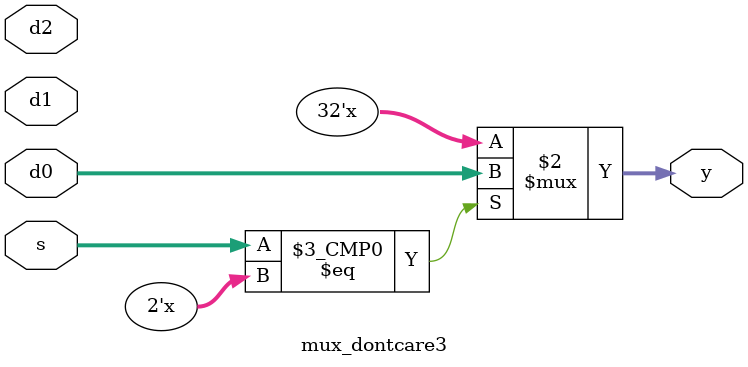
<source format=sv>
module datapath (
    input clk, reset,
    input memtoreg, pcsrc,
    input alusrc, regdst,
    input regwrite, jump,
    input [2:0] alucontrol,
    output zero, 
    output [31:0] pc,
    input [31:0] instr,
    output [31:0] MEM_aluout, MEM_writedata,
    input [31:0] readdata,
    input branch, memwrite,
    output MEM_memwrite,
    output [31:0] ID_instr,
    input prejump
);

    logic [4:0] writereg;
    logic [31:0] pcnext, pcnextbr, pcplus4, pcbranch;
    logic [31:0] signimm, signimmsh;
    logic [31:0] srca, srcb;
    logic [31:0] result;

   logic [31:0]  cnt;    //count, either the PC counter or Cycle counter
   logic [31:0]  wb_dat; //used to take destination registers current value and feed into ALU

   
//fetch signals
   //data signals
   logic [31:0]  IF_pc4, IF_instr;
//   assign IF_instr = instr;
   assign IF_pc4 = pcplus4;
   assign IF_instr = instr;


 
//decode signals
   //data signals
   logic [31:0]  ID_instr, ID_srca, ID_srcb, ID_signimm, ID_pc4;
   logic [4:0] 	 ID_rte, ID_rde;
   logic [2:0] 	 ID_alucontrol;
   
   assign ID_rte = ID_instr[20:16];
   assign ID_rde = ID_instr[15:11];
   
   //control signals
   logic 	 ID_memwrite, ID_memtoreg, ID_regwrite, ID_branch, ID_alusrc, ID_regdst;

   //for clarity sake
   assign ID_memwrite = memwrite;
   assign ID_memtoreg = memtoreg;
   assign ID_regwrite = regwrite;
   assign ID_branch = branch;
   assign ID_alucontrol = alucontrol;
   assign ID_alusrc = alusrc;
   assign ID_regdst = regdst;


   
   
//execute signals
   //data signals
   logic [31:0]  EX_instr, EX_srca, EX_srcb_premux, EX_srcb, EX_pc4, EX_signimm, EX_signimmsh, EX_pcbranch, EX_aluout, EX_writedata;
//   assign EX_writedata = EX_srcb_premux;
   
   logic [4:0] 	 EX_rte, EX_rde, EX_rse, EX_writereg;
   logic 	 EX_zero;
   
   //control signals
   logic 	 EX_memwrite, EX_memtoreg, EX_regwrite, EX_branch,  EX_alusrc, EX_regdst;
   logic [2:0] 	 EX_alucontrol;
   

   
//memory signals
   //data signals
   logic [31:0]  MEM_instr, MEM_aluout, MEM_writedata, MEM_pcbranch, MEM_readdata;
   logic [4:0] 	 MEM_writereg;
   logic MEM_zero;
   assign MEM_readdata = readdata;  //for clarity sake
   

   //control signals
   logic 	 MEM_memwrite, MEM_memtoreg, MEM_regwrite, MEM_branch, MEM_pcsrc;
   
//wb signals
   //data signals
   logic [31:0]  WB_instr, WB_aluout, WB_readdata, WB_result;
   logic [4:0] 	 WB_writereg;

   //control signals
   logic 	 WB_regwrite, WB_memtoreg;
   

//   MULADD
   logic [31:0]  EX_wb_dat, MEM_wb_dat;
   

//Pipeline flipflops
   
   IF_ID ifid(ID_stall, clk, reset, IF_instr, IF_pc4, ID_instr, ID_pc4);


   ID_EX idex(EX_flush, ID_instr[25:21], clk, reset, ID_instr, ID_srca, ID_srcb, ID_signimm, ID_pc4, ID_rte, ID_rde, ID_memwrite, ID_memtoreg, ID_regwrite, ID_branch, ID_alusrc,
	      ID_regdst, ID_alucontrol, EX_instr, EX_srca, EX_srcb_premux, EX_signimm, EX_pc4, EX_rte, EX_rde, EX_rse, EX_memwrite, EX_memtoreg, EX_regwrite,
	      EX_branch, EX_alusrc, EX_regdst, EX_alucontrol, wb_dat, EX_wb_dat);
      
   EX_MEM exmem(clk, reset, EX_instr, EX_aluout, EX_writedata, EX_pcbranch, EX_writereg, EX_zero, EX_memwrite, EX_memtoreg, EX_regwrite,
		EX_branch, MEM_instr, MEM_aluout, MEM_writedata, MEM_pcbranch, MEM_writereg, MEM_zero, MEM_memwrite, MEM_memtoreg,
		MEM_regwrite, MEM_branch, EX_wb_dat, MEM_wb_dat);
   
   MEM_WB memwb(clk, reset, MEM_instr, MEM_aluout, MEM_readdata, MEM_writereg, MEM_regwrite, MEM_memtoreg, WB_instr, WB_aluout, 
		WB_readdata, WB_writereg, WB_regwrite, WB_memtoreg);
   

   //Hazard Handling
   logic [1:0] 	 EX_forwardA, EX_forwardB;
   logic 	 IF_stall, ID_stall, EX_flush;
   
   hazardunit hz(EX_memtoreg, ID_instr[25:21], ID_instr[20:16], MEM_regwrite, WB_regwrite, EX_instr[25:21], EX_instr[20:16], MEM_writereg, WB_writereg, EX_forwardA, EX_forwardB, IF_stall, ID_stall, EX_flush);
   
   

    //performance monitor
    perfmon pf(clk, reset, instr[25], pc, cnt); //use nonopcode MSB as the flag for it, and count it as an ALUop


    // next PC logic
    flopr #(32) pcreg(IF_stall, clk, reset, pcnext, pc); //this is fine its preflops stuff anyways
    adder pcadd1 (pc, 32'b100, pcplus4); //good this gets flip flopped
    sl2 immsh(EX_signimm, EX_signimmsh); //good!
    adder pcadd2(EX_pc4, EX_signimmsh, EX_pcbranch); //good!


   //for clarity sake
   logic [31:0]  jmp_pc;
   assign jmp_pc = {pcplus4[31:28], instr[25:0], 2'b00};
   
    mux_dontcare #(32) pcbrmux(pcplus4, MEM_pcbranch, MEM_pcsrc, pcnextbr);
    mux_dontcare #(32) pcmux(pcnextbr, jmp_pc, prejump, pcnext); //im unsure....i think its fine


    //extra connections for muladd
    logic [4:0]	 result_a;
    assign result_a = EX_instr[15:11];
   
    // logicister file logic
                                     //rs            //rt          //rd add rd dat                           //muladd adr, data   
    logicfile rf(clk, WB_regwrite, ID_instr[25:21], ID_instr[20:16], WB_writereg, WB_result, ID_srca, ID_srcb, result_a, wb_dat);
    mux2 #(5) wrmux(EX_rte, EX_rde, EX_regdst, EX_writereg); //??
    mux2 #(32) resmux(WB_aluout, WB_readdata, WB_memtoreg, WB_result);
    signext se(ID_instr[15:0], ID_signimm);
    
    // ALU logic
    logic [31:0]  EX_srca2;
    logic [31:0]  EX_writedata;

    mux_dontcare3 muxsrca(EX_srca, WB_result, MEM_aluout, EX_forwardA, EX_srca2);
    mux_dontcare3 muxwritedata(EX_srcb_premux, WB_result, MEM_aluout, EX_forwardB, EX_writedata);

    mux2 #(32) srcbmux(EX_writedata, EX_signimm, EX_alusrc, EX_srcb); 
                                                                  //pf //muladd
    alu alu(EX_srca2, EX_srcb, EX_alucontrol, EX_aluout, EX_zero, cnt, wb_dat); //good

   assign MEM_pcsrc = MEM_branch & MEM_zero;
   
   
endmodule


//////////////////////////////////////////////////////////////////////
// logicister File Module
//////////////////////////////////////////////////////////////////////
module logicfile (
    input 	  clk,
    input 	  we3,
    input [4:0]   ra1, ra2, wa3,
    input [31:0]  wd3,
    output [31:0] rd1, rd2,
    input [31:0] result_a,		  
    output [31:0] wd3_out //muladd
);
    
    logic [31:0] rf[31:0];
    // three ported logicister file
    // read two ports combinationally
    // write third port on rising edge of clock
    // logicister 0 hardwired to 0
    always @ (posedge clk)
        if (we3) rf[wa3] <= wd3;

    assign rd1 = (ra1 != 0) ? ((we3 && ra1 == wa3) ? wd3 : rf[ra1]) : 0;
    assign rd2 = (ra2 != 0) ? ((we3 && ra2 == wa3) ? wd3 : rf[ra2]) : 0;
    assign wd3_out = rf[result_a]; //muladd
endmodule

//////////////////////////////////////////////////////////////////////
// ALU Module
////////////////////////////////////////////////////////////////////// 
module alu(
    input [31:0] 	a, // First operand
    input [31:0] 	b, // Second operand
    input [2:0] 	control, // ALU control signal
    output logic [31:0] result, // ALU result
    output 		zero, // Zero flag
    input [31:0] 	cnt, //performance monitor count
    input [31:0]        wb_result //takes the results value and brings it back in 	
);

    // Define ALU operations based on control signal
    localparam ALU_AND = 3'b000; 
    localparam ALU_OR  = 3'b001; 
    localparam ALU_ADD = 3'b010; 
    localparam ALU_PERF= 3'b011;
    localparam ALU_MADD= 3'b100;
    localparam ALU_SUB = 3'b110; 
    localparam ALU_SLT = 3'b111; 
    
    // Calculate result based on control input
    always @(*) begin
        case(control)
            ALU_AND: result = a & b;                     // AND
            ALU_OR:  result = a | b;                     // OR
            ALU_ADD: result = a + b;                     // ADD
            ALU_SUB: result = a - b;                     // SUB
            ALU_SLT: result = ($signed(a) < $signed(b)); // Set Less Than (signed)
	    ALU_PERF:result = cnt;                       // Return Performance Count
	    ALU_MADD:result = (a*b)+wb_result;           // MULADD result = a*b+result
            default: result = 32'bx;                     // Undefined operation
        endcase
    end
    
    // Set zero flag when result is 0
    assign zero = (result == 32'b0);
    
endmodule


//////////////////////////////////////////////////////////////////////
// Adder Module
//////////////////////////////////////////////////////////////////////
module adder (
    input [31:0] a, b,
    output [31:0] y
);
    assign y = a + b;
endmodule


//////////////////////////////////////////////////////////////////////
// 2-to-1 Multiplexer Module
//////////////////////////////////////////////////////////////////////
module mux2 # (parameter WIDTH = 8) (
    input [WIDTH-1:0] d0, d1,
    input s,
    output [WIDTH-1:0] y
);
    assign y = s ? d1 : d0;
endmodule


//////////////////////////////////////////////////////////////////////
// Shift Left by 2 Module
//////////////////////////////////////////////////////////////////////
module sl2 (
    input [31:0] a,
    output [31:0] y
);
    // shift left by 2
    assign y = {a[29:0], 2'b00};
endmodule


//////////////////////////////////////////////////////////////////////
// Sign Extension Module
//////////////////////////////////////////////////////////////////////
module signext (
    input [15:0] a,
    output [31:0] y
);
    assign y = {{16{a[15]}}, a};
endmodule


//////////////////////////////////////////////////////////////////////
// Flop logicister Module
//////////////////////////////////////////////////////////////////////
module flopr # (parameter WIDTH = 8)(
    input logic              IF_stall,				     
    input 		     clk, reset,
    input [WIDTH-1:0] 	     d,
    output logic [WIDTH-1:0] q
);
    always @ (posedge clk, posedge reset)
        if (reset) q <= 0;
        else begin
	   case(IF_stall)
	     1'b0: q<=d;
	     1'bx: q<=d;
	   endcase // case (IF_stall)
	end
   
endmodule


//permon module
module perfmon(
   input clk, reset, cyc0_instr1,
   input [31:0] pc,
   output logic [31:0] cnt
);
   logic [31:0]  pc_cnt, cyc_cnt;
   logic [31:0]  last_pc; 
   always_ff @(posedge clk or posedge reset) begin
      if (reset) begin
	 last_pc <= '0;
	 pc_cnt <= '0;
	 cyc_cnt <= '0;
      end
      else begin
	 cyc_cnt <= cyc_cnt + 1;  //inc cycle cnt every clk posedge
	 if (pc != last_pc) begin //check make sure not double counting same PC
	    pc_cnt <= pc_cnt + 1; //inc PC
	 end
	 last_pc <= pc; //update last pc
      end
   end

   //swap output btwn counters
   always_comb begin
      if (~cyc0_instr1)
	cnt = cyc_cnt;
      else
	cnt = pc_cnt;
   end
   
endmodule // perfmon











//pipelines


module IF_ID(
     input ID_stall, clk, reset,
     input [31:0] IF_instr, IF_pc4,
     output logic [31:0] ID_instr, ID_pc4
     );
   
   always_ff @(posedge clk) begin
      case(ID_stall)
	1'bx:
	  begin
	     ID_instr <= IF_instr;
	     ID_pc4 <= IF_pc4;
	  end
	1'b0:
	  begin
	     ID_instr <= IF_instr;
	     ID_pc4 <= IF_pc4;
	  end
	
      endcase // case (ID_stall)
      
   end
   
endmodule
 
  
module ID_EX(
     input logic 	 EX_flush,
     input logic [4:0]   ID_rse,
     input 		 clk, reset,
     input [31:0] 	 ID_instr, ID_srca, ID_srcb, ID_signimm, ID_pc4,
     input [4:0] 	 ID_rte, ID_rde,
     input 		 ID_memwrite, ID_memtoreg, ID_regwrite, ID_branch, ID_alusrc, ID_regdst,
     input [2:0] 	 ID_alucontrol,
     output logic [31:0] EX_instr, EX_srca, EX_srcb_premux, EX_signimm, EX_pc4,
     output logic [4:0]  EX_rte, EX_rde, EX_rse,
     output logic 	 EX_memwrite, EX_memtoreg, EX_regwrite, EX_branch, EX_alusrc, EX_regdst,
     output logic [2:0]  EX_alucontrol,
     input logic [31:0]  wb_dat,
     output logic [31:0] EX_wb_dat
     );
   
   always_ff @(posedge clk) begin
   if(EX_flush == 1'b1) begin
      EX_instr <= '0;
      EX_srca <= '0;
      EX_srcb_premux <= '0;
      EX_signimm <= '0;
      EX_pc4 <= '0;
      EX_rte <= '0;
      EX_rde <= '0;
      EX_memwrite <= '0;
      EX_memtoreg <= '0;
      EX_regwrite <= '0;
      EX_branch <= '0;
      EX_alucontrol <= '0;
      EX_alusrc <= '0;
      EX_regdst <= '0;
      EX_rse <= '0;
      EX_wb_dat <= '0;
      
   end
   else begin
      EX_instr <= ID_instr;
      EX_srca <= ID_srca;
      EX_srcb_premux <= ID_srcb;
      EX_signimm <= ID_signimm;
      EX_pc4 <= ID_pc4;
      EX_rte <= ID_rte;
      EX_rde <= ID_rde;
      EX_memwrite <= ID_memwrite;
      EX_memtoreg <= ID_memtoreg;
      EX_regwrite <= ID_regwrite;
      EX_branch <= ID_branch;
      EX_alucontrol <= ID_alucontrol;
      EX_alusrc <= ID_alusrc;
      EX_regdst <= ID_regdst;
      EX_rse <= ID_rse;
      EX_wb_dat <= wb_dat;
      
   end // else: !if(reset)
   end

endmodule

module EX_MEM(
     input 		 clk, reset,
     input [31:0] 	 EX_instr, EX_aluout, EX_writedata, EX_pcbranch,
     input [4:0] 	 EX_writereg,
     input 		 EX_zero,
     input 		 EX_memwrite, EX_memtoreg, EX_regwrite, EX_branch,
     output logic [31:0] MEM_instr, MEM_aluout, MEM_writedata, MEM_pcbranch,
     output logic [4:0]  MEM_writereg,
     output logic 	 MEM_zero,
     output logic 	 MEM_memwrite, MEM_memtoreg, MEM_regwrite, MEM_branch,
     input logic [31:0] EX_wb_dat,
     output logic [31:0] MEM_wb_dat
     );
   
   always_ff @(posedge clk) begin
   begin
      MEM_instr <= EX_instr;
      MEM_aluout <= EX_aluout;
      MEM_writedata <= EX_writedata;
      MEM_pcbranch <= EX_pcbranch;
      MEM_writereg <= EX_writereg;
      MEM_zero <= EX_zero;
      MEM_memwrite <= EX_memwrite;
      MEM_memtoreg <= EX_memtoreg;
      MEM_regwrite <= EX_regwrite;
      MEM_branch <= EX_branch;
      MEM_wb_dat <= EX_wb_dat;
      
   end 
   end
      
endmodule

module MEM_WB(
     input 		 clk, reset,
     input [31:0] 	 MEM_instr, MEM_aluout, MEM_readdata,
     input [4:0] 	 MEM_writereg,
     input 		 MEM_regwrite, MEM_memtoreg,
     output logic [31:0] WB_instr, WB_aluout, WB_readdata,
     output logic [4:0]  WB_writereg,
     output logic 	 WB_regwrite, WB_memtoreg
     );
   
   always_ff @(posedge clk) begin
   begin
      WB_instr <= MEM_instr;
      WB_aluout <= MEM_aluout;
      WB_readdata <= MEM_readdata;
      WB_writereg <= MEM_writereg;
      WB_regwrite <= MEM_regwrite;
      WB_memtoreg <= MEM_memtoreg;            
   end 
   end
      
endmodule



//hazard unit
module hazardunit(
    input logic        EX_memtoreg,
    input logic [4:0]  ID_rse, ID_rte,
    input logic        MEM_regwrite, WB_regwrite,
    input logic [4:0]  EX_rse, EX_rte,
    input logic [4:0]  MEM_writereg, WB_writereg,
    output logic [1:0] EX_forwardA, EX_forwardB,
    output logic       IF_stall, ID_stall, EX_flush
		  );
   logic 	       lwstall;

   always_comb begin
      
      if ((EX_rse!=5'b00000)&&(EX_rse==MEM_writereg)&&MEM_regwrite) EX_forwardA = 2'b10;
      else if ((EX_rse!=5'b00000)&&(EX_rse==WB_writereg)&&WB_regwrite) EX_forwardA = 2'b01;
      else EX_forwardA = 2'b00;

      if ((EX_rte!=5'b00000)&&(EX_rte==MEM_writereg)&&MEM_regwrite) EX_forwardB = 2'b10;
      else if ((EX_rte!=5'b00000)&&(EX_rte==WB_writereg)&&WB_regwrite) EX_forwardB = 2'b01;
      else EX_forwardB = 2'b00;     
      
   
      lwstall = ((ID_rse==EX_rte)||(ID_rte==EX_rte))&&EX_memtoreg;
      IF_stall = lwstall;
      ID_stall = lwstall;
      EX_flush = lwstall;
      
   end // always_comb


endmodule // hazardunit

  

module mux_dontcare(input logic [31:0] d0, d1, input logic s, output logic [31:0] y);

   always_comb
     begin
	case(s)
	  1'b0: y = d0;
	  1'bx: y = d0;
	  1'b1: y = d1;
	endcase // case (s)
     end
endmodule // mux_dontcare


module mux_dontcare3(input logic [31:0] d0, d1, d2, input logic [1:0] s, output logic [31:0] y);

   always_comb begin
      case(s)
	2'bxx: y=d0;
	2'b00: y=d0;
	2'b01: y=d1;
	2'b10: y=d2;
      endcase // case (s)
      
   end
   
   
endmodule // mux_dontcare3




</source>
